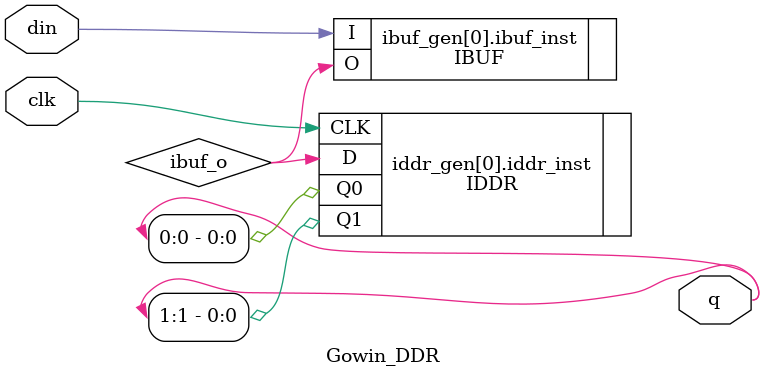
<source format=v>

`timescale 100 ps/100 ps
module Gowin_DDR (
  din,
  clk,
  q
)
;
input [0:0] din;
input clk;
output [1:0] q;
wire [0:0] ibuf_o;
wire VCC;
wire GND;
  IBUF \ibuf_gen[0].ibuf_inst  (
    .O(ibuf_o[0]),
    .I(din[0]) 
);
  IDDR \iddr_gen[0].iddr_inst  (
    .Q0(q[0]),
    .Q1(q[1]),
    .D(ibuf_o[0]),
    .CLK(clk) 
);
  VCC VCC_cZ (
    .V(VCC)
);
  GND GND_cZ (
    .G(GND)
);
  GSR GSR (
    .GSRI(VCC) 
);
endmodule /* Gowin_DDR */

</source>
